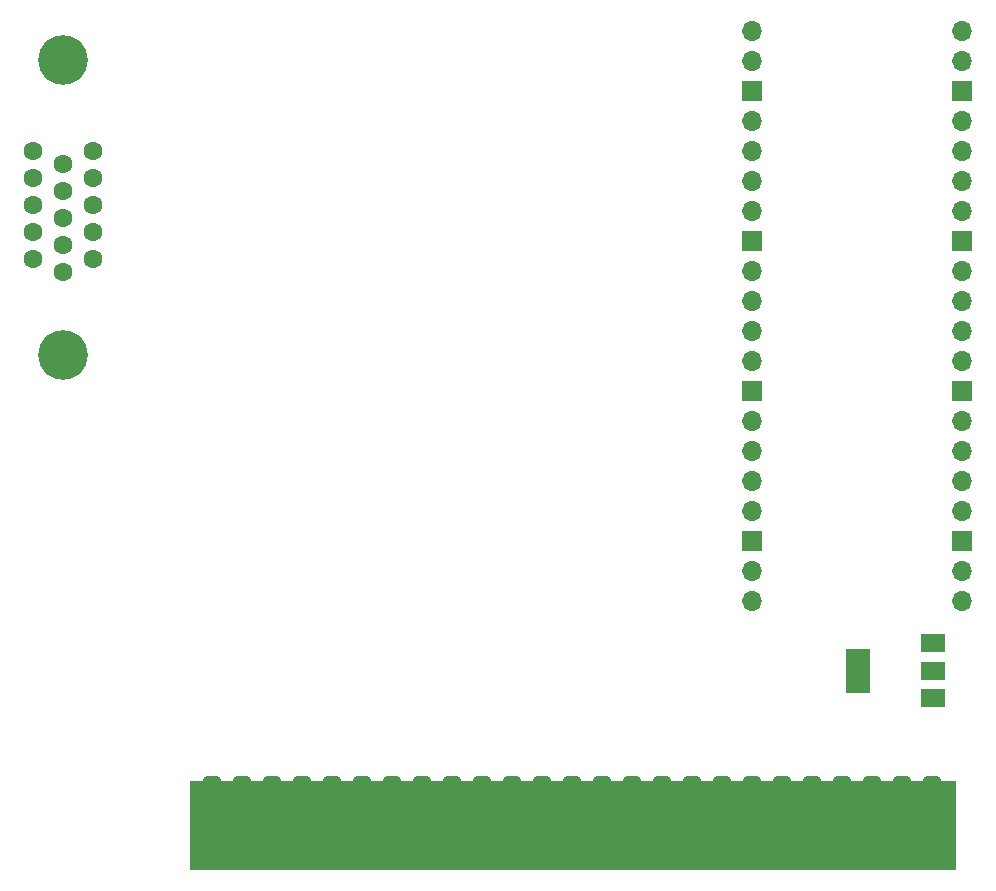
<source format=gbs>
G04 #@! TF.GenerationSoftware,KiCad,Pcbnew,(7.0.0-0)*
G04 #@! TF.CreationDate,2024-01-11T11:42:18+09:00*
G04 #@! TF.ProjectId,AppleVGA_mini_kmm,4170706c-6556-4474-915f-6d696e695f6b,1.0*
G04 #@! TF.SameCoordinates,Original*
G04 #@! TF.FileFunction,Soldermask,Bot*
G04 #@! TF.FilePolarity,Negative*
%FSLAX46Y46*%
G04 Gerber Fmt 4.6, Leading zero omitted, Abs format (unit mm)*
G04 Created by KiCad (PCBNEW (7.0.0-0)) date 2024-01-11 11:42:18*
%MOMM*%
%LPD*%
G01*
G04 APERTURE LIST*
G04 Aperture macros list*
%AMRoundRect*
0 Rectangle with rounded corners*
0 $1 Rounding radius*
0 $2 $3 $4 $5 $6 $7 $8 $9 X,Y pos of 4 corners*
0 Add a 4 corners polygon primitive as box body*
4,1,4,$2,$3,$4,$5,$6,$7,$8,$9,$2,$3,0*
0 Add four circle primitives for the rounded corners*
1,1,$1+$1,$2,$3*
1,1,$1+$1,$4,$5*
1,1,$1+$1,$6,$7*
1,1,$1+$1,$8,$9*
0 Add four rect primitives between the rounded corners*
20,1,$1+$1,$2,$3,$4,$5,0*
20,1,$1+$1,$4,$5,$6,$7,0*
20,1,$1+$1,$6,$7,$8,$9,0*
20,1,$1+$1,$8,$9,$2,$3,0*%
G04 Aperture macros list end*
%ADD10C,0.050000*%
%ADD11RoundRect,0.381000X0.381000X3.175000X-0.381000X3.175000X-0.381000X-3.175000X0.381000X-3.175000X0*%
%ADD12O,1.700000X1.700000*%
%ADD13R,1.700000X1.700000*%
%ADD14C,4.200000*%
%ADD15C,1.600000*%
%ADD16R,2.000000X1.500000*%
%ADD17R,2.000000X3.800000*%
G04 APERTURE END LIST*
D10*
X120015000Y-133350000D02*
X184785000Y-133350000D01*
X184785000Y-133350000D02*
X184785000Y-140843000D01*
X184785000Y-140843000D02*
X120015000Y-140843000D01*
X120015000Y-140843000D02*
X120015000Y-133350000D01*
G36*
X120015000Y-133350000D02*
G01*
X184785000Y-133350000D01*
X184785000Y-140843000D01*
X120015000Y-140843000D01*
X120015000Y-133350000D01*
G37*
D11*
X182880000Y-136525000D03*
X180340000Y-136525000D03*
X177800000Y-136525000D03*
X175260000Y-136525000D03*
X172720000Y-136525000D03*
X170180000Y-136525000D03*
X167640000Y-136525000D03*
X165100000Y-136525000D03*
X162560000Y-136525000D03*
X160020000Y-136525000D03*
X157480000Y-136525000D03*
X154940000Y-136525000D03*
X152400000Y-136525000D03*
X149860000Y-136525000D03*
X147320000Y-136525000D03*
X144780000Y-136525000D03*
X142240000Y-136525000D03*
X139700000Y-136525000D03*
X137160000Y-136525000D03*
X134620000Y-136525000D03*
X132080000Y-136525000D03*
X129540000Y-136525000D03*
X127000000Y-136525000D03*
X124460000Y-136525000D03*
X121920000Y-136525000D03*
D12*
X167669999Y-69834999D03*
X167669999Y-72374999D03*
D13*
X167669999Y-74914999D03*
D12*
X167669999Y-77454999D03*
X167669999Y-79994999D03*
X167669999Y-82534999D03*
X167669999Y-85074999D03*
D13*
X167669999Y-87614999D03*
D12*
X167669999Y-90154999D03*
X167669999Y-92694999D03*
X167669999Y-95234999D03*
X167669999Y-97774999D03*
D13*
X167669999Y-100314999D03*
D12*
X167669999Y-102854999D03*
X167669999Y-105394999D03*
X167669999Y-107934999D03*
X167669999Y-110474999D03*
D13*
X167669999Y-113014999D03*
D12*
X167669999Y-115554999D03*
X167669999Y-118094999D03*
X185449999Y-118094999D03*
X185449999Y-115554999D03*
D13*
X185449999Y-113014999D03*
D12*
X185449999Y-110474999D03*
X185449999Y-107934999D03*
X185449999Y-105394999D03*
X185449999Y-102854999D03*
D13*
X185449999Y-100314999D03*
D12*
X185449999Y-97774999D03*
X185449999Y-95234999D03*
X185449999Y-92694999D03*
X185449999Y-90154999D03*
D13*
X185449999Y-87614999D03*
D12*
X185449999Y-85074999D03*
X185449999Y-82534999D03*
X185449999Y-79994999D03*
X185449999Y-77454999D03*
D13*
X185449999Y-74914999D03*
D12*
X185449999Y-72374999D03*
X185449999Y-69834999D03*
D14*
X109312988Y-72326500D03*
X109312988Y-97326500D03*
D15*
X111852988Y-89144500D03*
X111852988Y-86858500D03*
X111852988Y-84572500D03*
X111852988Y-82286500D03*
X111852988Y-80000500D03*
X109312988Y-90287500D03*
X109312988Y-88001500D03*
X109312988Y-85715500D03*
X109312988Y-83429500D03*
X109312988Y-81143500D03*
X106772988Y-89144500D03*
X106772988Y-86858500D03*
X106772988Y-84572500D03*
X106772988Y-82286500D03*
X106772988Y-80000500D03*
D16*
X182924999Y-121699999D03*
X182924999Y-123999999D03*
D17*
X176624999Y-123999999D03*
D16*
X182924999Y-126299999D03*
M02*

</source>
